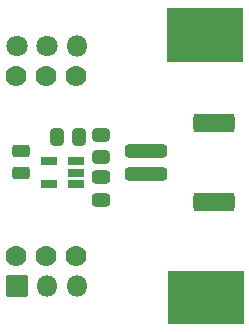
<source format=gbs>
G04 #@! TF.GenerationSoftware,KiCad,Pcbnew,(6.0.0-0)*
G04 #@! TF.CreationDate,2023-05-21T13:36:32-07:00*
G04 #@! TF.ProjectId,ItsyBitsy breadboard,49747379-4269-4747-9379-206272656164,0.0.0*
G04 #@! TF.SameCoordinates,Original*
G04 #@! TF.FileFunction,Soldermask,Bot*
G04 #@! TF.FilePolarity,Negative*
%FSLAX46Y46*%
G04 Gerber Fmt 4.6, Leading zero omitted, Abs format (unit mm)*
G04 Created by KiCad (PCBNEW (6.0.0-0)) date 2023-05-21 13:36:32*
%MOMM*%
%LPD*%
G01*
G04 APERTURE LIST*
G04 Aperture macros list*
%AMRoundRect*
0 Rectangle with rounded corners*
0 $1 Rounding radius*
0 $2 $3 $4 $5 $6 $7 $8 $9 X,Y pos of 4 corners*
0 Add a 4 corners polygon primitive as box body*
4,1,4,$2,$3,$4,$5,$6,$7,$8,$9,$2,$3,0*
0 Add four circle primitives for the rounded corners*
1,1,$1+$1,$2,$3*
1,1,$1+$1,$4,$5*
1,1,$1+$1,$6,$7*
1,1,$1+$1,$8,$9*
0 Add four rect primitives between the rounded corners*
20,1,$1+$1,$2,$3,$4,$5,0*
20,1,$1+$1,$4,$5,$6,$7,0*
20,1,$1+$1,$6,$7,$8,$9,0*
20,1,$1+$1,$8,$9,$2,$3,0*%
G04 Aperture macros list end*
%ADD10C,0.100000*%
%ADD11C,2.601600*%
%ADD12RoundRect,0.050800X0.850000X-0.850000X0.850000X0.850000X-0.850000X0.850000X-0.850000X-0.850000X0*%
%ADD13O,1.801600X1.801600*%
%ADD14C,1.801600*%
%ADD15C,1.778000*%
%ADD16RoundRect,0.300800X-1.500000X0.250000X-1.500000X-0.250000X1.500000X-0.250000X1.500000X0.250000X0*%
%ADD17RoundRect,0.300801X-1.449999X0.499999X-1.449999X-0.499999X1.449999X-0.499999X1.449999X0.499999X0*%
%ADD18RoundRect,0.300800X0.475000X-0.250000X0.475000X0.250000X-0.475000X0.250000X-0.475000X-0.250000X0*%
%ADD19RoundRect,0.294550X-0.456250X0.243750X-0.456250X-0.243750X0.456250X-0.243750X0.456250X0.243750X0*%
%ADD20RoundRect,0.300800X-0.450000X0.262500X-0.450000X-0.262500X0.450000X-0.262500X0.450000X0.262500X0*%
%ADD21RoundRect,0.300800X-0.262500X-0.450000X0.262500X-0.450000X0.262500X0.450000X-0.262500X0.450000X0*%
%ADD22RoundRect,0.200800X0.512500X0.150000X-0.512500X0.150000X-0.512500X-0.150000X0.512500X-0.150000X0*%
G04 APERTURE END LIST*
D10*
X124460000Y-94615000D02*
X130810000Y-94615000D01*
X130810000Y-94615000D02*
X130810000Y-99060000D01*
X130810000Y-99060000D02*
X124460000Y-99060000D01*
X124460000Y-99060000D02*
X124460000Y-94615000D01*
G36*
X124460000Y-94615000D02*
G01*
X130810000Y-94615000D01*
X130810000Y-99060000D01*
X124460000Y-99060000D01*
X124460000Y-94615000D01*
G37*
X124500000Y-116855000D02*
X130850000Y-116855000D01*
X130850000Y-116855000D02*
X130850000Y-121300000D01*
X130850000Y-121300000D02*
X124500000Y-121300000D01*
X124500000Y-121300000D02*
X124500000Y-116855000D01*
G36*
X124500000Y-116855000D02*
G01*
X130850000Y-116855000D01*
X130850000Y-121300000D01*
X124500000Y-121300000D01*
X124500000Y-116855000D01*
G37*
D11*
X127635000Y-97155000D03*
X127635000Y-97155000D03*
D12*
X111775000Y-118110000D03*
D13*
X114315000Y-118110000D03*
X116855000Y-118110000D03*
D11*
X127635000Y-118745000D03*
X127635000Y-118745000D03*
D14*
X111755000Y-97790000D03*
X114295000Y-97790000D03*
D13*
X116835000Y-97790000D03*
D15*
X111696500Y-115570000D03*
X114236500Y-115570000D03*
X116776500Y-115570000D03*
X116776500Y-100330000D03*
X114236500Y-100330000D03*
X111696500Y-100330000D03*
D16*
X122650000Y-106655000D03*
X122650000Y-108655000D03*
D17*
X128400000Y-104305000D03*
X128400000Y-111005000D03*
D18*
X118868000Y-110805000D03*
X118868000Y-108905000D03*
D19*
X112068000Y-106717500D03*
X112068000Y-108592500D03*
D20*
X118868000Y-105342500D03*
X118868000Y-107167500D03*
D21*
X115161500Y-105481000D03*
X116986500Y-105481000D03*
D22*
X116703500Y-107579000D03*
X116703500Y-108529000D03*
X116703500Y-109479000D03*
X114428500Y-109479000D03*
X114428500Y-107579000D03*
M02*

</source>
